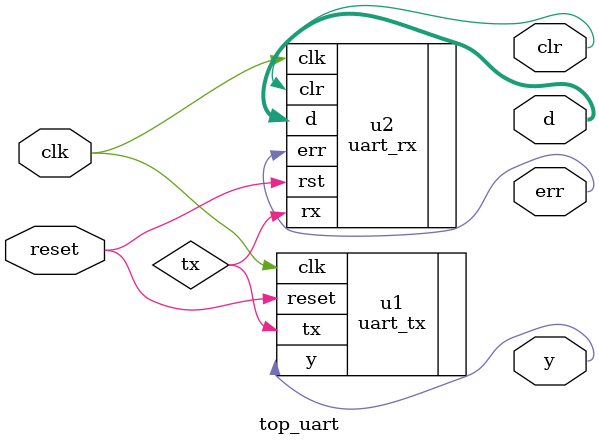
<source format=v>
module top_uart(clk,reset,y,d,err,clr);
			
				input   clk,reset;
			
				output  y;
			
				output	[9:0]d;
			
				output	err,clr;
			
				wire  tx;


				uart_tx u1	(
							.clk		(clk),
							.reset      (reset),
							.y			(y),
							.tx         (tx)
							);


				uart_rx u2	(
							.d		(d),
							.rst	(reset),
							.err	(err),
							.clr	(clr),
							.clk	(clk),
							.rx		(tx)
							);

endmodule
</source>
